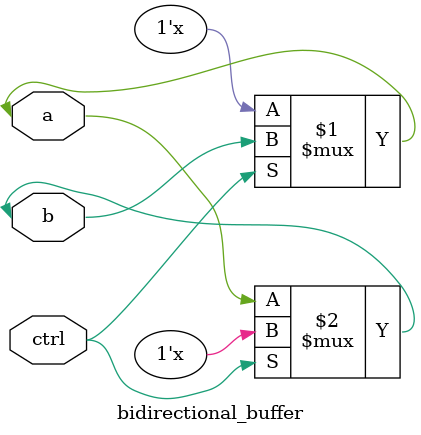
<source format=v>
`timescale 1ns / 1ps
module bidirectional_buffer( inout a,b, input ctrl);

bufif1(a,b,ctrl);
bufif0(b,a,ctrl);

endmodule

</source>
